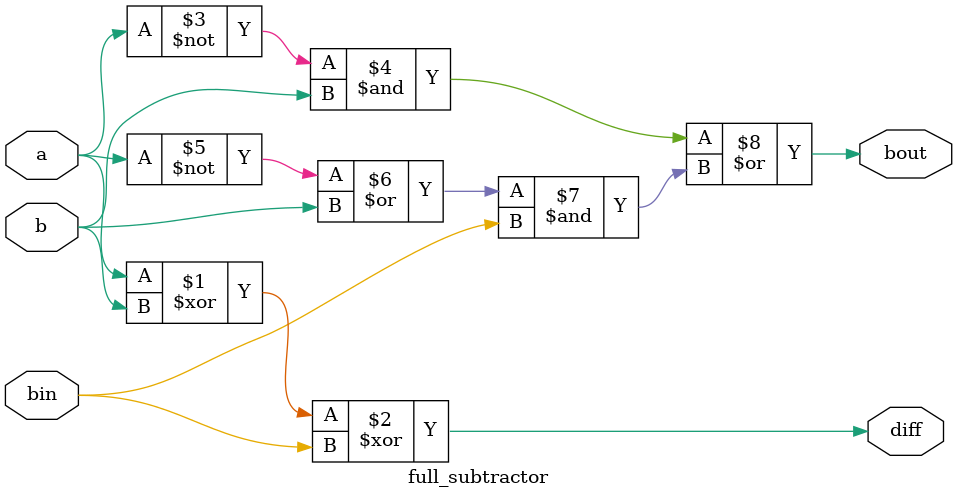
<source format=v>
`timescale 1ns / 1ps

module full_subtractor_using_full_subtractor (
    input wire a,
    input wire b,
    input wire bin,
    output wire diff,
    output wire bout
);

    wire diff1, borrow1, borrow2;

    full_subtractor fs1 (.a(a), .b(b), .bin(1'b0), .diff(diff1), .bout(borrow1));
    full_subtractor fs2 (.a(diff1), .b(bin), .bin(1'b0), .diff(diff), .bout(borrow2));

    assign bout = borrow1 | borrow2;

endmodule

module full_subtractor (
    input wire a,
    input wire b,
    input wire bin,
    output wire diff,
    output wire bout
);
    assign diff = a ^ b ^ bin;
    assign bout = (~a & b) | ((~a | b) & bin);
endmodule

</source>
